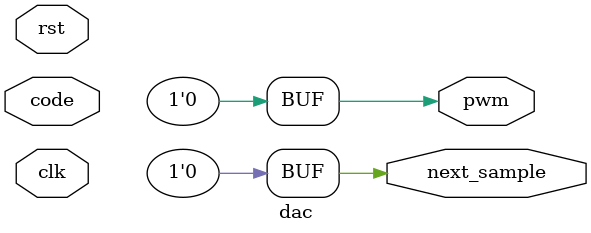
<source format=v>
module dac #(
    parameter CYCLES_PER_WINDOW = 1024,
    parameter CODE_WIDTH = $clog2(CYCLES_PER_WINDOW)
)(
    input clk,
    input rst,
    input [CODE_WIDTH-1:0] code,
    output next_sample,
    output reg pwm
);
    assign pwm = 0;
    assign next_sample = 0;
endmodule

</source>
